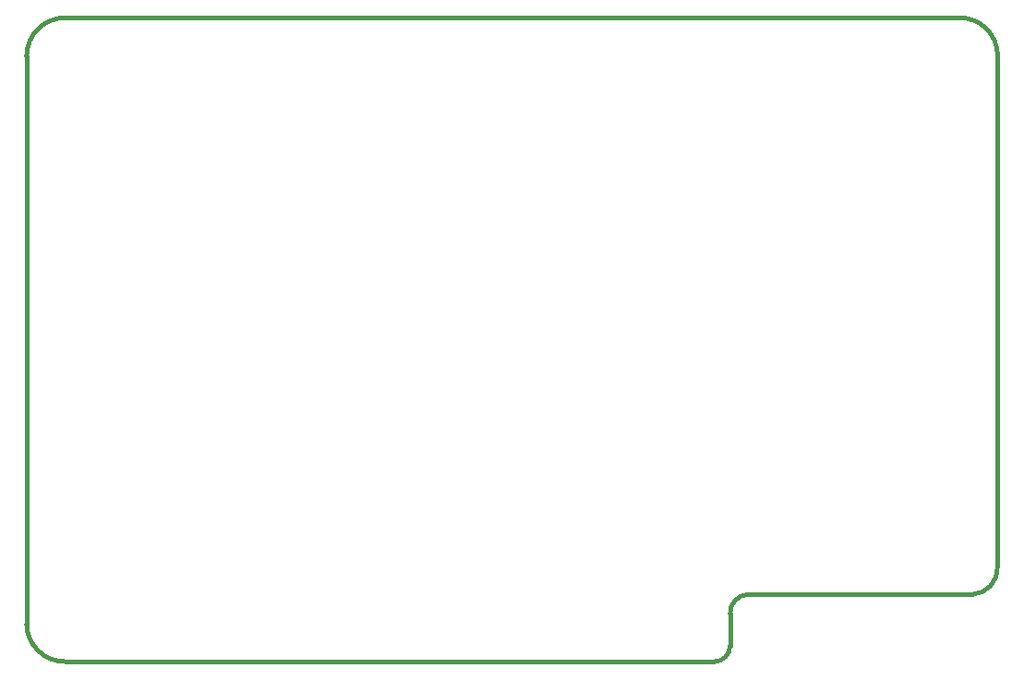
<source format=gbr>
%TF.GenerationSoftware,KiCad,Pcbnew,9.0.0*%
%TF.CreationDate,2025-08-13T12:18:52+03:00*%
%TF.ProjectId,Function_Generator,46756e63-7469-46f6-9e5f-47656e657261,rev?*%
%TF.SameCoordinates,Original*%
%TF.FileFunction,Profile,NP*%
%FSLAX46Y46*%
G04 Gerber Fmt 4.6, Leading zero omitted, Abs format (unit mm)*
G04 Created by KiCad (PCBNEW 9.0.0) date 2025-08-13 12:18:52*
%MOMM*%
%LPD*%
G01*
G04 APERTURE LIST*
%TA.AperFunction,Profile*%
%ADD10C,0.400000*%
%TD*%
G04 APERTURE END LIST*
D10*
X174514354Y-69420232D02*
G75*
G02*
X177999868Y-72834478I35646J-3449868D01*
G01*
X175643986Y-122349632D02*
X155081689Y-122349632D01*
X88964466Y-72955766D02*
X88964876Y-125040340D01*
X92498330Y-69420232D02*
X174514354Y-69420232D01*
X92536010Y-128499825D02*
X152008364Y-128499825D01*
X178000000Y-72834478D02*
X178000000Y-119778481D01*
X153475233Y-127037787D02*
G75*
G02*
X152012985Y-128499833I-1462033J-13D01*
G01*
X92536040Y-128499825D02*
G75*
G02*
X88964875Y-125040340I-55840J3515325D01*
G01*
X88964466Y-72955766D02*
G75*
G02*
X92500034Y-69420266I3535534J-34D01*
G01*
X153475177Y-124124011D02*
X153475233Y-127037958D01*
X153475177Y-124124011D02*
G75*
G02*
X155081689Y-122343277I1693623J87111D01*
G01*
X178000000Y-119778465D02*
G75*
G02*
X175644795Y-122349597I-2463200J-107935D01*
G01*
M02*

</source>
